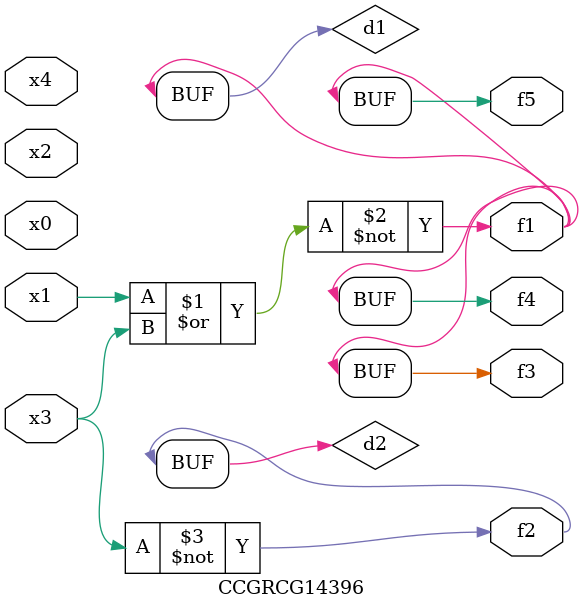
<source format=v>
module CCGRCG14396(
	input x0, x1, x2, x3, x4,
	output f1, f2, f3, f4, f5
);

	wire d1, d2;

	nor (d1, x1, x3);
	not (d2, x3);
	assign f1 = d1;
	assign f2 = d2;
	assign f3 = d1;
	assign f4 = d1;
	assign f5 = d1;
endmodule

</source>
